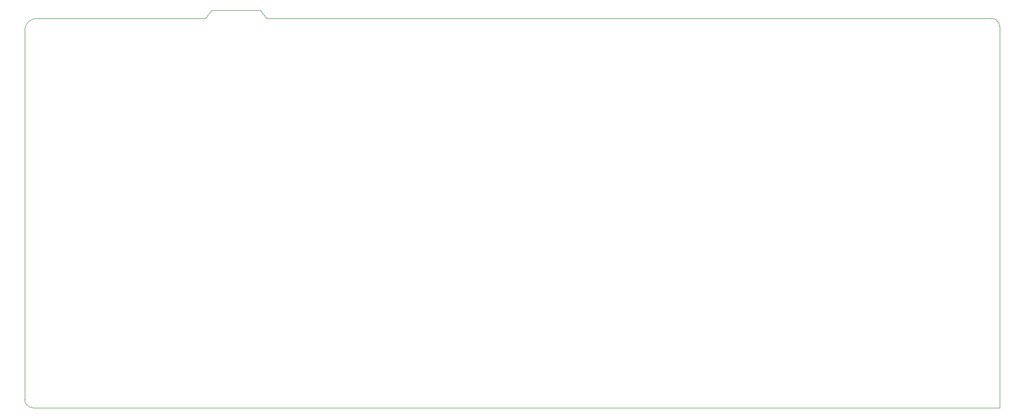
<source format=gbr>
%TF.GenerationSoftware,KiCad,Pcbnew,(6.0.4-0)*%
%TF.CreationDate,2022-10-10T22:02:05-05:00*%
%TF.ProjectId,bancouver40_cfx,62616e63-6f75-4766-9572-34305f636678,rev?*%
%TF.SameCoordinates,Original*%
%TF.FileFunction,Profile,NP*%
%FSLAX46Y46*%
G04 Gerber Fmt 4.6, Leading zero omitted, Abs format (unit mm)*
G04 Created by KiCad (PCBNEW (6.0.4-0)) date 2022-10-10 22:02:05*
%MOMM*%
%LPD*%
G01*
G04 APERTURE LIST*
%TA.AperFunction,Profile*%
%ADD10C,0.100000*%
%TD*%
G04 APERTURE END LIST*
D10*
X76499964Y-14874965D02*
G75*
G03*
X74374965Y-16999992I36J-2125035D01*
G01*
X115458279Y-13458327D02*
X116520778Y-14874993D01*
X105895783Y-14874993D02*
X105541617Y-14874993D01*
X74374965Y-81458295D02*
X74374965Y-16999992D01*
X244374885Y-82874961D02*
X244374885Y-16291659D01*
X76499964Y-14874993D02*
X105541617Y-14874993D01*
X244374907Y-16291659D02*
G75*
G03*
X242958219Y-14874993I-1416707J-41D01*
G01*
X242958219Y-14874993D02*
X116874945Y-14874993D01*
X116874945Y-14874993D02*
X116520778Y-14874993D01*
X75791631Y-82874961D02*
X244374885Y-82874961D01*
X105895783Y-14874993D02*
X106958283Y-13458327D01*
X106958283Y-13458327D02*
X115458279Y-13458327D01*
X74374939Y-81458295D02*
G75*
G03*
X75791631Y-82874961I1416661J-5D01*
G01*
M02*

</source>
